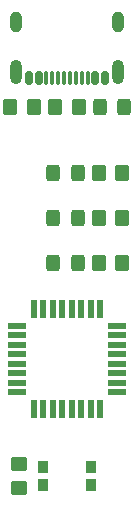
<source format=gbr>
%TF.GenerationSoftware,KiCad,Pcbnew,7.0.10*%
%TF.CreationDate,2024-02-12T16:57:49+10:00*%
%TF.ProjectId,devboard,64657662-6f61-4726-942e-6b696361645f,rev?*%
%TF.SameCoordinates,Original*%
%TF.FileFunction,Paste,Top*%
%TF.FilePolarity,Positive*%
%FSLAX46Y46*%
G04 Gerber Fmt 4.6, Leading zero omitted, Abs format (unit mm)*
G04 Created by KiCad (PCBNEW 7.0.10) date 2024-02-12 16:57:49*
%MOMM*%
%LPD*%
G01*
G04 APERTURE LIST*
G04 Aperture macros list*
%AMRoundRect*
0 Rectangle with rounded corners*
0 $1 Rounding radius*
0 $2 $3 $4 $5 $6 $7 $8 $9 X,Y pos of 4 corners*
0 Add a 4 corners polygon primitive as box body*
4,1,4,$2,$3,$4,$5,$6,$7,$8,$9,$2,$3,0*
0 Add four circle primitives for the rounded corners*
1,1,$1+$1,$2,$3*
1,1,$1+$1,$4,$5*
1,1,$1+$1,$6,$7*
1,1,$1+$1,$8,$9*
0 Add four rect primitives between the rounded corners*
20,1,$1+$1,$2,$3,$4,$5,0*
20,1,$1+$1,$4,$5,$6,$7,0*
20,1,$1+$1,$6,$7,$8,$9,0*
20,1,$1+$1,$8,$9,$2,$3,0*%
G04 Aperture macros list end*
%ADD10RoundRect,0.250000X0.350000X0.450000X-0.350000X0.450000X-0.350000X-0.450000X0.350000X-0.450000X0*%
%ADD11RoundRect,0.250000X-0.350000X-0.450000X0.350000X-0.450000X0.350000X0.450000X-0.350000X0.450000X0*%
%ADD12RoundRect,0.250000X0.325000X0.450000X-0.325000X0.450000X-0.325000X-0.450000X0.325000X-0.450000X0*%
%ADD13RoundRect,0.250000X-0.325000X-0.450000X0.325000X-0.450000X0.325000X0.450000X-0.325000X0.450000X0*%
%ADD14RoundRect,0.250000X0.450000X-0.350000X0.450000X0.350000X-0.450000X0.350000X-0.450000X-0.350000X0*%
%ADD15R,0.900000X1.000000*%
%ADD16R,0.550000X1.600000*%
%ADD17R,1.600000X0.550000*%
%ADD18RoundRect,0.150000X0.150000X0.425000X-0.150000X0.425000X-0.150000X-0.425000X0.150000X-0.425000X0*%
%ADD19RoundRect,0.075000X0.075000X0.500000X-0.075000X0.500000X-0.075000X-0.500000X0.075000X-0.500000X0*%
%ADD20O,1.000000X2.100000*%
%ADD21O,1.000000X1.800000*%
G04 APERTURE END LIST*
D10*
%TO.C,R6*%
X164830000Y-87884000D03*
X162830000Y-87884000D03*
%TD*%
D11*
%TO.C,R3*%
X166513000Y-101092000D03*
X168513000Y-101092000D03*
%TD*%
D12*
%TO.C,D4*%
X164728000Y-93472000D03*
X162678000Y-93472000D03*
%TD*%
D10*
%TO.C,R5*%
X161020000Y-87884000D03*
X159020000Y-87884000D03*
%TD*%
D13*
%TO.C,D2*%
X162678000Y-97282000D03*
X164728000Y-97282000D03*
%TD*%
D14*
%TO.C,R1*%
X159766000Y-120126000D03*
X159766000Y-118126000D03*
%TD*%
D11*
%TO.C,R4*%
X166513000Y-93472000D03*
X168513000Y-93472000D03*
%TD*%
D13*
%TO.C,D3*%
X162678000Y-101092000D03*
X164728000Y-101092000D03*
%TD*%
D15*
%TO.C,SW1*%
X161780000Y-118326000D03*
X165880000Y-118326000D03*
X161780000Y-119926000D03*
X165880000Y-119926000D03*
%TD*%
D11*
%TO.C,R2*%
X166513000Y-97282000D03*
X168513000Y-97282000D03*
%TD*%
D16*
%TO.C,U1*%
X161030000Y-113470000D03*
X161830000Y-113470000D03*
X162630000Y-113470000D03*
X163430000Y-113470000D03*
X164230000Y-113470000D03*
X165030000Y-113470000D03*
X165830000Y-113470000D03*
X166630000Y-113470000D03*
D17*
X168080000Y-112020000D03*
X168080000Y-111220000D03*
X168080000Y-110420000D03*
X168080000Y-109620000D03*
X168080000Y-108820000D03*
X168080000Y-108020000D03*
X168080000Y-107220000D03*
X168080000Y-106420000D03*
D16*
X166630000Y-104970000D03*
X165830000Y-104970000D03*
X165030000Y-104970000D03*
X164230000Y-104970000D03*
X163430000Y-104970000D03*
X162630000Y-104970000D03*
X161830000Y-104970000D03*
X161030000Y-104970000D03*
D17*
X159580000Y-106420000D03*
X159580000Y-107220000D03*
X159580000Y-108020000D03*
X159580000Y-108820000D03*
X159580000Y-109620000D03*
X159580000Y-110420000D03*
X159580000Y-111220000D03*
X159580000Y-112020000D03*
%TD*%
D12*
%TO.C,D1*%
X168665000Y-87884000D03*
X166615000Y-87884000D03*
%TD*%
D18*
%TO.C,J1*%
X167030000Y-85468000D03*
X166230000Y-85468000D03*
D19*
X165080000Y-85468000D03*
X164080000Y-85468000D03*
X163580000Y-85468000D03*
X162580000Y-85468000D03*
D18*
X161430000Y-85468000D03*
X160630000Y-85468000D03*
X160630000Y-85468000D03*
X161430000Y-85468000D03*
D19*
X162080000Y-85468000D03*
X163080000Y-85468000D03*
X164580000Y-85468000D03*
X165580000Y-85468000D03*
D18*
X166230000Y-85468000D03*
X167030000Y-85468000D03*
D20*
X168150000Y-84893000D03*
D21*
X168150000Y-80713000D03*
D20*
X159510000Y-84893000D03*
D21*
X159510000Y-80713000D03*
%TD*%
M02*

</source>
